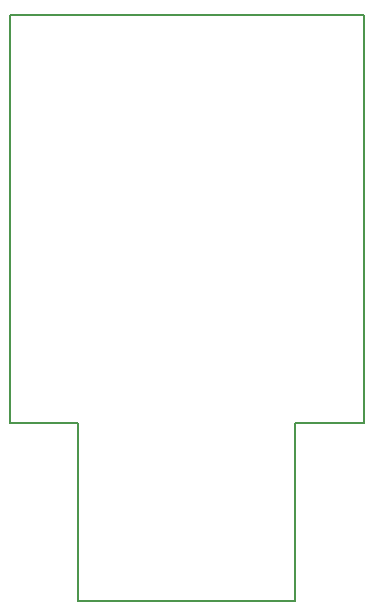
<source format=gbr>
%TF.GenerationSoftware,KiCad,Pcbnew,7.0.7*%
%TF.CreationDate,2024-03-08T17:36:46-05:00*%
%TF.ProjectId,MemcardBreakout,4d656d63-6172-4644-9272-65616b6f7574,rev?*%
%TF.SameCoordinates,Original*%
%TF.FileFunction,Profile,NP*%
%FSLAX46Y46*%
G04 Gerber Fmt 4.6, Leading zero omitted, Abs format (unit mm)*
G04 Created by KiCad (PCBNEW 7.0.7) date 2024-03-08 17:36:46*
%MOMM*%
%LPD*%
G01*
G04 APERTURE LIST*
%TA.AperFunction,Profile*%
%ADD10C,0.127000*%
%TD*%
G04 APERTURE END LIST*
D10*
X128546860Y-90427810D02*
X134348220Y-90427810D01*
X152747980Y-105467150D02*
X152747980Y-90427810D01*
X134348220Y-90427810D02*
X134348220Y-105467150D01*
X158546800Y-55926990D02*
X128546860Y-55926990D01*
X134348220Y-105467150D02*
X152747980Y-105467150D01*
X128546860Y-55926990D02*
X128546860Y-90427810D01*
X152747980Y-90427810D02*
X158546800Y-90427810D01*
X158546800Y-90427810D02*
X158546800Y-55926990D01*
M02*

</source>
